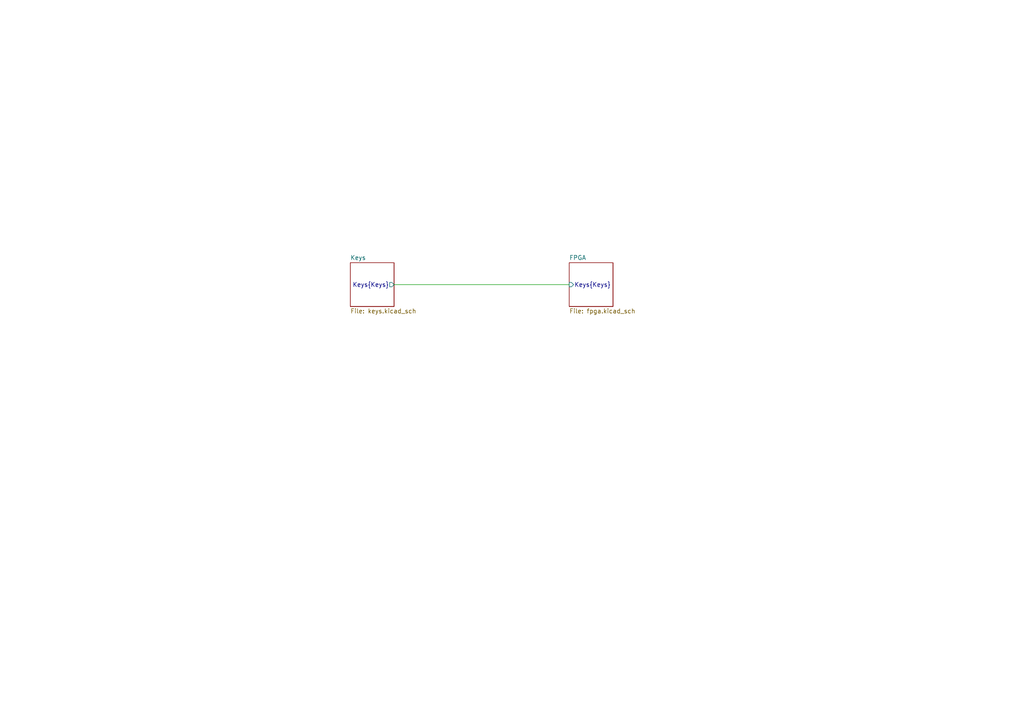
<source format=kicad_sch>
(kicad_sch
	(version 20250114)
	(generator "eeschema")
	(generator_version "9.0")
	(uuid "6362c6e0-59ef-40d3-b6e0-7e9dfe7b9b20")
	(paper "A4")
	(lib_symbols)
	(wire
		(pts
			(xy 114.3 82.55) (xy 165.1 82.55)
		)
		(stroke
			(width 0)
			(type default)
		)
		(uuid "2c4cf575-6dd3-4893-bbc1-1475d3c04ad9")
	)
	(sheet
		(at 165.1 76.2)
		(size 12.7 12.7)
		(exclude_from_sim no)
		(in_bom yes)
		(on_board yes)
		(dnp no)
		(fields_autoplaced yes)
		(stroke
			(width 0.1524)
			(type solid)
		)
		(fill
			(color 0 0 0 0.0000)
		)
		(uuid "d73938da-f0ba-48e3-aac9-a36988c25c2c")
		(property "Sheetname" "FPGA"
			(at 165.1 75.4884 0)
			(effects
				(font
					(size 1.27 1.27)
				)
				(justify left bottom)
			)
		)
		(property "Sheetfile" "fpga.kicad_sch"
			(at 165.1 89.4846 0)
			(effects
				(font
					(size 1.27 1.27)
				)
				(justify left top)
			)
		)
		(pin "Keys{Keys}" input
			(at 165.1 82.55 180)
			(uuid "f4fe7cc6-6d71-4758-9705-9eee2988b8bc")
			(effects
				(font
					(size 1.27 1.27)
				)
				(justify left)
			)
		)
		(instances
			(project "clavier"
				(path "/6362c6e0-59ef-40d3-b6e0-7e9dfe7b9b20"
					(page "2")
				)
			)
		)
	)
	(sheet
		(at 101.6 76.2)
		(size 12.7 12.7)
		(exclude_from_sim no)
		(in_bom yes)
		(on_board yes)
		(dnp no)
		(fields_autoplaced yes)
		(stroke
			(width 0.1524)
			(type solid)
		)
		(fill
			(color 0 0 0 0.0000)
		)
		(uuid "fe36ef85-cf96-48c6-8774-50fbc2348e34")
		(property "Sheetname" "Keys"
			(at 101.6 75.4884 0)
			(effects
				(font
					(size 1.27 1.27)
				)
				(justify left bottom)
			)
		)
		(property "Sheetfile" "keys.kicad_sch"
			(at 101.6 89.4846 0)
			(effects
				(font
					(size 1.27 1.27)
				)
				(justify left top)
			)
		)
		(pin "Keys{Keys}" output
			(at 114.3 82.55 0)
			(uuid "f4bc45cb-b00a-4194-8e4e-596dd860f90c")
			(effects
				(font
					(size 1.27 1.27)
				)
				(justify right)
			)
		)
		(instances
			(project "clavier"
				(path "/6362c6e0-59ef-40d3-b6e0-7e9dfe7b9b20"
					(page "5")
				)
			)
		)
	)
	(sheet_instances
		(path "/"
			(page "1")
		)
	)
	(embedded_fonts no)
)

</source>
